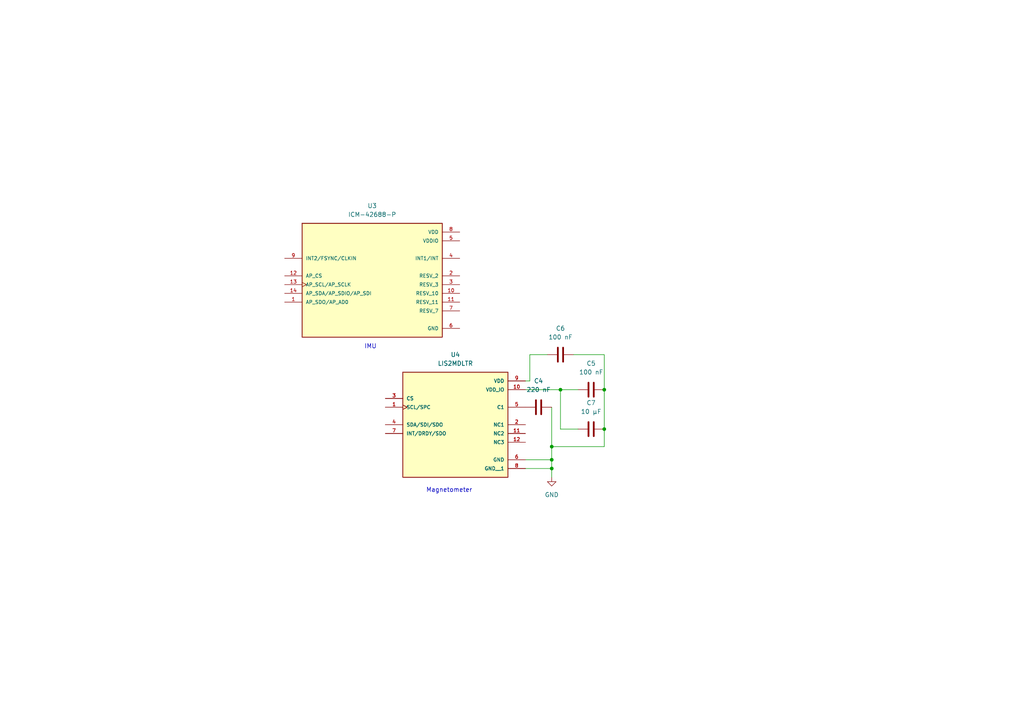
<source format=kicad_sch>
(kicad_sch (version 20250114) (generator "eeschema") (generator_version "9.0")
  (paper "A4")
  (lib_symbols
    (symbol "Device:C" (pin_numbers (hide yes)) (pin_names (offset 0.254))
      (property "Reference" "C" (at 0.635 2.54 0))
      (property "Value" "C" (at 0.635 -2.54 0))
      (symbol "C_0_1"
        (polyline (pts (xy -2.032 0.762) (xy 2.032 0.762)) (stroke (width 0.508)))
        (polyline (pts (xy -2.032 -0.762) (xy 2.032 -0.762)) (stroke (width 0.508)))
      )
      (symbol "C_1_1"
        (pin passive line (at 0 3.81 270) (length 2.794) (name "~") (number "1"))
        (pin passive line (at 0 -3.81 90) (length 2.794) (name "~") (number "2"))
      )
    )
    (symbol "ICM42688:ICM-42688-P" (pin_names (offset 1.016))
      (property "Reference" "U" (at -20.32 16.002 0))
      (property "Value" "ICM-42688-P" (at -20.32 -20.32 0))
      (symbol "ICM-42688-P_0_0"
        (rectangle (start -20.32 -17.78) (end 20.32 15.24) (stroke (width 0.254)) (fill (type background)))
        (pin bidirectional line (at -25.4 5.08 0) (length 5.08) (name "INT2/FSYNC/CLKIN") (number "9"))
        (pin input line (at -25.4 0 0) (length 5.08) (name "AP_CS") (number "12"))
        (pin input clock (at -25.4 -2.54 0) (length 5.08) (name "AP_SCL/AP_SCLK") (number "13"))
        (pin bidirectional line (at -25.4 -5.08 0) (length 5.08) (name "AP_SDA/AP_SDIO/AP_SDI") (number "14"))
        (pin bidirectional line (at -25.4 -7.62 0) (length 5.08) (name "AP_SDO/AP_AD0") (number "1"))
        (pin power_in line (at 25.4 12.7 180) (length 5.08) (name "VDD") (number "8"))
        (pin power_in line (at 25.4 10.16 180) (length 5.08) (name "VDDIO") (number "5"))
        (pin output line (at 25.4 5.08 180) (length 5.08) (name "INT1/INT") (number "4"))
        (pin passive line (at 25.4 0 180) (length 5.08) (name "RESV_2") (number "2"))
        (pin passive line (at 25.4 -2.54 180) (length 5.08) (name "RESV_3") (number "3"))
        (pin passive line (at 25.4 -5.08 180) (length 5.08) (name "RESV_10") (number "10"))
        (pin passive line (at 25.4 -7.62 180) (length 5.08) (name "RESV_11") (number "11"))
        (pin passive line (at 25.4 -10.16 180) (length 5.08) (name "RESV_7") (number "7"))
        (pin power_in line (at 25.4 -15.24 180) (length 5.08) (name "GND") (number "6"))
      )
    )
    (symbol "LIS2MDL:LIS2MDLTR" (pin_names (offset 1.016))
      (property "Reference" "U" (at -15.24 13.97 0))
      (property "Value" "LIS2MDLTR" (at -15.24 -20.32 0))
      (symbol "LIS2MDLTR_0_0"
        (rectangle (start -15.24 -17.78) (end 15.24 12.7) (stroke (width 0.254)) (fill (type background)))
        (pin input line (at -20.32 5.08 0) (length 5.08) (name "CS") (number "3"))
        (pin input clock (at -20.32 2.54 0) (length 5.08) (name "SCL/SPC") (number "1"))
        (pin bidirectional line (at -20.32 -2.54 0) (length 5.08) (name "SDA/SDI/SDO") (number "4"))
        (pin bidirectional line (at -20.32 -5.08 0) (length 5.08) (name "INT/DRDY/SDO") (number "7"))
        (pin power_in line (at 20.32 10.16 180) (length 5.08) (name "VDD") (number "9"))
        (pin power_in line (at 20.32 7.62 180) (length 5.08) (name "VDD_IO") (number "10"))
        (pin passive line (at 20.32 2.54 180) (length 5.08) (name "C1") (number "5"))
        (pin passive line (at 20.32 -2.54 180) (length 5.08) (name "NC1") (number "2"))
        (pin passive line (at 20.32 -5.08 180) (length 5.08) (name "NC2") (number "11"))
        (pin passive line (at 20.32 -7.62 180) (length 5.08) (name "NC3") (number "12"))
        (pin power_in line (at 20.32 -12.7 180) (length 5.08) (name "GND") (number "6"))
        (pin power_in line (at 20.32 -15.24 180) (length 5.08) (name "GND__1") (number "8"))
      )
    )
    (symbol "power:GND" (power) (pin_numbers (hide yes)) (pin_names (offset 0) (hide yes))
      (property "Value" "GND" (at 0 -3.81 0))
      (symbol "GND_0_1"
        (polyline (pts (xy 0 0) (xy 0 -1.27) (xy 1.27 -1.27) (xy 0 -2.54) (xy -1.27 -1.27) (xy 0 -1.27)))
      )
      (symbol "GND_1_1"
        (pin power_in line (at 0 0 270) (length 0) (name "~") (number "1"))
      )
    )
  )
  (text "IMU \n" (at 107.95 100.584 0) (effects (font (size 1.27 1.27))))
  (text "Magnetometer\n" (at 130.302 142.24 0) (effects (font (size 1.27 1.27))))
  (junction (at 160.02 135.89))
  (junction (at 175.26 124.46))
  (junction (at 160.02 133.35))
  (junction (at 162.56 113.03))
  (junction (at 175.26 113.03))
  (junction (at 160.02 129.54))
  (wire (pts (xy 160.02 133.35) (xy 160.02 135.89)))
  (wire (pts (xy 160.02 135.89) (xy 160.02 138.43)))
  (wire (pts (xy 160.02 129.54) (xy 160.02 133.35)))
  (wire (pts (xy 160.02 118.11) (xy 160.02 129.54)))
  (wire (pts (xy 175.26 124.46) (xy 175.26 129.54)))
  (wire (pts (xy 162.56 113.03) (xy 167.64 113.03)))
  (wire (pts (xy 152.4 133.35) (xy 160.02 133.35)))
  (wire (pts (xy 153.67 102.87) (xy 158.75 102.87)))
  (wire (pts (xy 166.37 102.87) (xy 175.26 102.87)))
  (wire (pts (xy 175.26 113.03) (xy 175.26 124.46)))
  (wire (pts (xy 152.4 135.89) (xy 160.02 135.89)))
  (wire (pts (xy 152.4 110.49) (xy 153.67 110.49)))
  (wire (pts (xy 175.26 102.87) (xy 175.26 113.03)))
  (wire (pts (xy 162.56 124.46) (xy 167.64 124.46)))
  (wire (pts (xy 160.02 129.54) (xy 175.26 129.54)))
  (wire (pts (xy 152.4 113.03) (xy 162.56 113.03)))
  (wire (pts (xy 162.56 113.03) (xy 162.56 124.46)))
  (wire (pts (xy 153.67 110.49) (xy 153.67 102.87)))
  (symbol (lib_id "Device:C") (at 162.56 102.87 90) (unit 1)
    (property "Reference" "C6" (at 162.56 95.25 90))
    (property "Value" "100 nF" (at 162.56 97.79 90))
    (property "Description" "Unpolarized capacitor" (effects (hide yes)))
  )
  (symbol (lib_id "LIS2MDL:LIS2MDLTR") (at 132.08 120.65 0) (unit 1)
    (property "Reference" "U4" (at 132.08 102.87 0))
    (property "Value" "LIS2MDLTR" (at 132.08 105.41 0))
    (property "Footprint" "LIS2MDLTR:PQFN50P200X200X70-12N" (effects (hide yes)))
    (property "PARTREV" "Rev 5" (effects (hide yes)))
    (property "MANUFACTURER" "STMicroelectronics" (effects (hide yes)))
    (property "MAXIMUM_PACKAGE_HEIGHT" "0.7 mm" (effects (hide yes)))
    (property "STANDARD" "IPC 7351B" (effects (hide yes)))
  )
  (symbol (lib_id "power:GND") (at 160.02 138.43 0) (unit 1)
    (property "Reference" "#PWR06" (effects (hide yes)))
    (property "Value" "GND" (at 160.02 143.51 0))
    (property "Description" "Power symbol creates a global label with name \"GND\" , ground" (effects (hide yes)))
  )
  (symbol (lib_id "Device:C") (at 171.45 113.03 90) (unit 1)
    (property "Reference" "C5" (at 171.45 105.41 90))
    (property "Value" "100 nF" (at 171.45 107.95 90))
    (property "Description" "Unpolarized capacitor" (effects (hide yes)))
  )
  (symbol (lib_id "ICM42688:ICM-42688-P") (at 107.95 80.01 0) (unit 1)
    (property "Reference" "U3" (at 107.95 59.69 0))
    (property "Value" "ICM-42688-P" (at 107.95 62.23 0))
    (property "Footprint" "ICM-42688-P:PQFN50P300X250X97-14N" (effects (hide yes)))
    (property "PARTREV" "1.2" (effects (hide yes)))
    (property "STANDARD" "IPC-7351B" (effects (hide yes)))
    (property "MAXIMUM_PACKAGE_HEIGHT" "0.97mm" (effects (hide yes)))
    (property "MANUFACTURER" "TDK InvenSense" (effects (hide yes)))
  )
  (symbol (lib_id "Device:C") (at 171.45 124.46 90) (unit 1)
    (property "Reference" "C7" (at 171.45 116.84 90))
    (property "Value" "10 μF" (at 171.45 119.38 90))
    (property "Description" "Unpolarized capacitor" (effects (hide yes)))
  )
  (symbol (lib_id "Device:C") (at 156.21 118.11 90) (unit 1)
    (property "Reference" "C4" (at 156.21 110.49 90))
    (property "Value" "220 nF" (at 156.21 113.03 90))
    (property "Description" "Unpolarized capacitor" (effects (hide yes)))
  )
)
</source>
